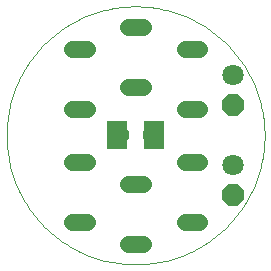
<source format=gts>
G75*
%MOIN*%
%OFA0B0*%
%FSLAX25Y25*%
%IPPOS*%
%LPD*%
%AMOC8*
5,1,8,0,0,1.08239X$1,22.5*
%
%ADD10C,0.00100*%
%ADD11OC8,0.07100*%
%ADD12C,0.07100*%
%ADD13OC8,0.05600*%
%ADD14C,0.05600*%
%ADD15R,0.06706X0.09461*%
D10*
X0001715Y0044050D02*
X0001728Y0045105D01*
X0001767Y0046160D01*
X0001832Y0047213D01*
X0001922Y0048265D01*
X0002038Y0049314D01*
X0002180Y0050359D01*
X0002348Y0051401D01*
X0002541Y0052439D01*
X0002760Y0053471D01*
X0003004Y0054498D01*
X0003273Y0055519D01*
X0003567Y0056532D01*
X0003885Y0057538D01*
X0004229Y0058536D01*
X0004596Y0059525D01*
X0004988Y0060505D01*
X0005404Y0061475D01*
X0005843Y0062435D01*
X0006306Y0063383D01*
X0006792Y0064320D01*
X0007301Y0065245D01*
X0007833Y0066156D01*
X0008386Y0067055D01*
X0008962Y0067940D01*
X0009559Y0068810D01*
X0010177Y0069665D01*
X0010816Y0070505D01*
X0011476Y0071329D01*
X0012155Y0072136D01*
X0012854Y0072927D01*
X0013572Y0073700D01*
X0014309Y0074456D01*
X0015065Y0075193D01*
X0015838Y0075911D01*
X0016629Y0076610D01*
X0017436Y0077289D01*
X0018260Y0077949D01*
X0019100Y0078588D01*
X0019955Y0079206D01*
X0020825Y0079803D01*
X0021710Y0080379D01*
X0022609Y0080932D01*
X0023520Y0081464D01*
X0024445Y0081973D01*
X0025382Y0082459D01*
X0026330Y0082922D01*
X0027290Y0083361D01*
X0028260Y0083777D01*
X0029240Y0084169D01*
X0030229Y0084536D01*
X0031227Y0084880D01*
X0032233Y0085198D01*
X0033246Y0085492D01*
X0034267Y0085761D01*
X0035294Y0086005D01*
X0036326Y0086224D01*
X0037364Y0086417D01*
X0038406Y0086585D01*
X0039451Y0086727D01*
X0040500Y0086843D01*
X0041552Y0086933D01*
X0042605Y0086998D01*
X0043660Y0087037D01*
X0044715Y0087050D01*
X0045770Y0087037D01*
X0046825Y0086998D01*
X0047878Y0086933D01*
X0048930Y0086843D01*
X0049979Y0086727D01*
X0051024Y0086585D01*
X0052066Y0086417D01*
X0053104Y0086224D01*
X0054136Y0086005D01*
X0055163Y0085761D01*
X0056184Y0085492D01*
X0057197Y0085198D01*
X0058203Y0084880D01*
X0059201Y0084536D01*
X0060190Y0084169D01*
X0061170Y0083777D01*
X0062140Y0083361D01*
X0063100Y0082922D01*
X0064048Y0082459D01*
X0064985Y0081973D01*
X0065910Y0081464D01*
X0066821Y0080932D01*
X0067720Y0080379D01*
X0068605Y0079803D01*
X0069475Y0079206D01*
X0070330Y0078588D01*
X0071170Y0077949D01*
X0071994Y0077289D01*
X0072801Y0076610D01*
X0073592Y0075911D01*
X0074365Y0075193D01*
X0075121Y0074456D01*
X0075858Y0073700D01*
X0076576Y0072927D01*
X0077275Y0072136D01*
X0077954Y0071329D01*
X0078614Y0070505D01*
X0079253Y0069665D01*
X0079871Y0068810D01*
X0080468Y0067940D01*
X0081044Y0067055D01*
X0081597Y0066156D01*
X0082129Y0065245D01*
X0082638Y0064320D01*
X0083124Y0063383D01*
X0083587Y0062435D01*
X0084026Y0061475D01*
X0084442Y0060505D01*
X0084834Y0059525D01*
X0085201Y0058536D01*
X0085545Y0057538D01*
X0085863Y0056532D01*
X0086157Y0055519D01*
X0086426Y0054498D01*
X0086670Y0053471D01*
X0086889Y0052439D01*
X0087082Y0051401D01*
X0087250Y0050359D01*
X0087392Y0049314D01*
X0087508Y0048265D01*
X0087598Y0047213D01*
X0087663Y0046160D01*
X0087702Y0045105D01*
X0087715Y0044050D01*
X0087702Y0042995D01*
X0087663Y0041940D01*
X0087598Y0040887D01*
X0087508Y0039835D01*
X0087392Y0038786D01*
X0087250Y0037741D01*
X0087082Y0036699D01*
X0086889Y0035661D01*
X0086670Y0034629D01*
X0086426Y0033602D01*
X0086157Y0032581D01*
X0085863Y0031568D01*
X0085545Y0030562D01*
X0085201Y0029564D01*
X0084834Y0028575D01*
X0084442Y0027595D01*
X0084026Y0026625D01*
X0083587Y0025665D01*
X0083124Y0024717D01*
X0082638Y0023780D01*
X0082129Y0022855D01*
X0081597Y0021944D01*
X0081044Y0021045D01*
X0080468Y0020160D01*
X0079871Y0019290D01*
X0079253Y0018435D01*
X0078614Y0017595D01*
X0077954Y0016771D01*
X0077275Y0015964D01*
X0076576Y0015173D01*
X0075858Y0014400D01*
X0075121Y0013644D01*
X0074365Y0012907D01*
X0073592Y0012189D01*
X0072801Y0011490D01*
X0071994Y0010811D01*
X0071170Y0010151D01*
X0070330Y0009512D01*
X0069475Y0008894D01*
X0068605Y0008297D01*
X0067720Y0007721D01*
X0066821Y0007168D01*
X0065910Y0006636D01*
X0064985Y0006127D01*
X0064048Y0005641D01*
X0063100Y0005178D01*
X0062140Y0004739D01*
X0061170Y0004323D01*
X0060190Y0003931D01*
X0059201Y0003564D01*
X0058203Y0003220D01*
X0057197Y0002902D01*
X0056184Y0002608D01*
X0055163Y0002339D01*
X0054136Y0002095D01*
X0053104Y0001876D01*
X0052066Y0001683D01*
X0051024Y0001515D01*
X0049979Y0001373D01*
X0048930Y0001257D01*
X0047878Y0001167D01*
X0046825Y0001102D01*
X0045770Y0001063D01*
X0044715Y0001050D01*
X0043660Y0001063D01*
X0042605Y0001102D01*
X0041552Y0001167D01*
X0040500Y0001257D01*
X0039451Y0001373D01*
X0038406Y0001515D01*
X0037364Y0001683D01*
X0036326Y0001876D01*
X0035294Y0002095D01*
X0034267Y0002339D01*
X0033246Y0002608D01*
X0032233Y0002902D01*
X0031227Y0003220D01*
X0030229Y0003564D01*
X0029240Y0003931D01*
X0028260Y0004323D01*
X0027290Y0004739D01*
X0026330Y0005178D01*
X0025382Y0005641D01*
X0024445Y0006127D01*
X0023520Y0006636D01*
X0022609Y0007168D01*
X0021710Y0007721D01*
X0020825Y0008297D01*
X0019955Y0008894D01*
X0019100Y0009512D01*
X0018260Y0010151D01*
X0017436Y0010811D01*
X0016629Y0011490D01*
X0015838Y0012189D01*
X0015065Y0012907D01*
X0014309Y0013644D01*
X0013572Y0014400D01*
X0012854Y0015173D01*
X0012155Y0015964D01*
X0011476Y0016771D01*
X0010816Y0017595D01*
X0010177Y0018435D01*
X0009559Y0019290D01*
X0008962Y0020160D01*
X0008386Y0021045D01*
X0007833Y0021944D01*
X0007301Y0022855D01*
X0006792Y0023780D01*
X0006306Y0024717D01*
X0005843Y0025665D01*
X0005404Y0026625D01*
X0004988Y0027595D01*
X0004596Y0028575D01*
X0004229Y0029564D01*
X0003885Y0030562D01*
X0003567Y0031568D01*
X0003273Y0032581D01*
X0003004Y0033602D01*
X0002760Y0034629D01*
X0002541Y0035661D01*
X0002348Y0036699D01*
X0002180Y0037741D01*
X0002038Y0038786D01*
X0001922Y0039835D01*
X0001832Y0040887D01*
X0001767Y0041940D01*
X0001728Y0042995D01*
X0001715Y0044050D01*
D11*
X0077215Y0054050D03*
X0077215Y0024050D03*
D12*
X0077215Y0034050D03*
X0077215Y0064050D03*
D13*
X0049715Y0044050D03*
X0039715Y0044050D03*
D14*
X0028365Y0015300D02*
X0023565Y0015300D01*
X0042315Y0007800D02*
X0047115Y0007800D01*
X0061065Y0015300D02*
X0065865Y0015300D01*
X0047115Y0027800D02*
X0042315Y0027800D01*
X0028365Y0035300D02*
X0023565Y0035300D01*
X0023565Y0052800D02*
X0028365Y0052800D01*
X0042315Y0060300D02*
X0047115Y0060300D01*
X0061065Y0052800D02*
X0065865Y0052800D01*
X0065865Y0035300D02*
X0061065Y0035300D01*
X0061065Y0072800D02*
X0065865Y0072800D01*
X0047115Y0080300D02*
X0042315Y0080300D01*
X0028365Y0072800D02*
X0023565Y0072800D01*
D15*
X0038612Y0044050D03*
X0050817Y0044050D03*
M02*

</source>
